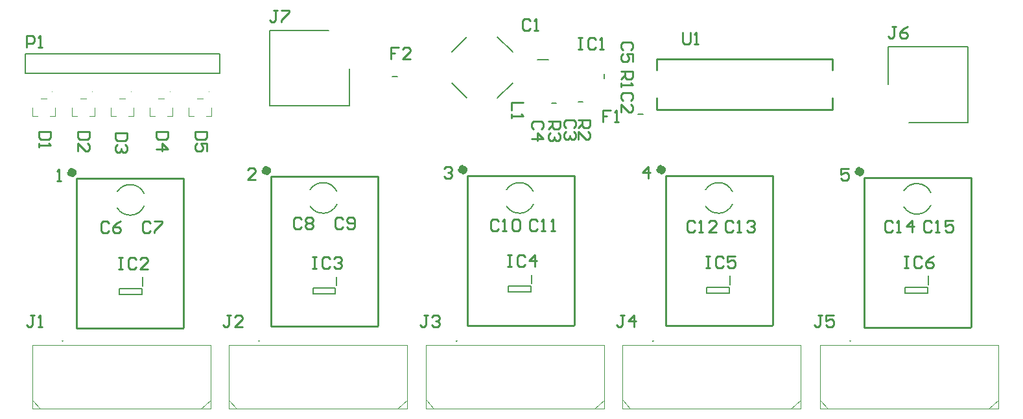
<source format=gbr>
G04 Layer_Color=65535*
%FSLAX45Y45*%
%MOMM*%
%TF.FileFunction,Legend,Top*%
%TF.Part,Single*%
G01*
G75*
%TA.AperFunction,NonConductor*%
%ADD60C,0.10000*%
%ADD61C,0.20000*%
%ADD62C,1.01600*%
%ADD63C,0.12700*%
%ADD64C,0.25400*%
D60*
X6241400Y6778800D02*
G03*
X6231400Y6778800I-5000J0D01*
G01*
D02*
G03*
X6241400Y6778800I5000J0D01*
G01*
X5733400Y6778600D02*
G03*
X5723400Y6778600I-5000J0D01*
G01*
D02*
G03*
X5733400Y6778600I5000J0D01*
G01*
X5225400Y6778800D02*
G03*
X5215400Y6778800I-5000J0D01*
G01*
D02*
G03*
X5225400Y6778800I5000J0D01*
G01*
X4717400D02*
G03*
X4707400Y6778800I-5000J0D01*
G01*
D02*
G03*
X4717400Y6778800I5000J0D01*
G01*
X4196700Y6778600D02*
G03*
X4186700Y6778600I-5000J0D01*
G01*
D02*
G03*
X4196700Y6778600I5000J0D01*
G01*
X6081400Y6690800D02*
X6161400D01*
X5971400Y6466800D02*
Y6578800D01*
Y6466800D02*
X6041400D01*
X6201400D02*
X6271400D01*
Y6578800D01*
X5573400Y6690600D02*
X5653400D01*
X5463400Y6466600D02*
Y6578600D01*
Y6466600D02*
X5533400D01*
X5693400D02*
X5763400D01*
Y6578600D01*
X5065400Y6690800D02*
X5145400D01*
X4955400Y6466800D02*
Y6578800D01*
Y6466800D02*
X5025400D01*
X5185400D02*
X5255400D01*
Y6578800D01*
X4557400Y6690800D02*
X4637400D01*
X4447400Y6466800D02*
Y6578800D01*
Y6466800D02*
X4517400D01*
X4677400D02*
X4747400D01*
Y6578800D01*
X4036700Y6690600D02*
X4116700D01*
X3926700Y6466600D02*
Y6578600D01*
Y6466600D02*
X3996700D01*
X4156700D02*
X4226700D01*
Y6578600D01*
X3929700Y3474700D02*
X6255700D01*
Y2646700D02*
Y3474700D01*
X3929700Y2646700D02*
X6255700D01*
X3929700D02*
Y3474700D01*
X3930700Y2760700D02*
X4030700Y2646700D01*
X6130700D02*
X6255700Y2760700D01*
X6495100Y3474700D02*
X8821100D01*
Y2646700D02*
Y3474700D01*
X6495100Y2646700D02*
X8821100D01*
X6495100D02*
Y3474700D01*
X6496100Y2760700D02*
X6596100Y2646700D01*
X8696100D02*
X8821100Y2760700D01*
X9073200Y3474700D02*
X11399200D01*
Y2646700D02*
Y3474700D01*
X9073200Y2646700D02*
X11399200D01*
X9073200D02*
Y3474700D01*
X9074200Y2760700D02*
X9174200Y2646700D01*
X11274200D02*
X11399200Y2760700D01*
X11638600Y3474700D02*
X13964600D01*
Y2646700D02*
Y3474700D01*
X11638600Y2646700D02*
X13964600D01*
X11638600D02*
Y3474700D01*
X11639600Y2760700D02*
X11739600Y2646700D01*
X13839600D02*
X13964600Y2760700D01*
X14216701Y3474700D02*
X16542700D01*
Y2646700D02*
Y3474700D01*
X14216701Y2646700D02*
X16542700D01*
X14216701D02*
Y3474700D01*
X14217700Y2760700D02*
X14317700Y2646700D01*
X16417700D02*
X16542700Y2760700D01*
D61*
X4320700Y3530700D02*
G03*
X4330700Y3530700I5000J0D01*
G01*
D02*
G03*
X4320700Y3530700I-5000J0D01*
G01*
D02*
G03*
X4330700Y3530700I5000J0D01*
G01*
X6886100D02*
G03*
X6896100Y3530700I5000J0D01*
G01*
D02*
G03*
X6886100Y3530700I-5000J0D01*
G01*
D02*
G03*
X6896100Y3530700I5000J0D01*
G01*
X9464200D02*
G03*
X9474200Y3530700I5000J0D01*
G01*
D02*
G03*
X9464200Y3530700I-5000J0D01*
G01*
D02*
G03*
X9474200Y3530700I5000J0D01*
G01*
X12029600D02*
G03*
X12039600Y3530700I5000J0D01*
G01*
D02*
G03*
X12029600Y3530700I-5000J0D01*
G01*
D02*
G03*
X12039600Y3530700I5000J0D01*
G01*
X14607700D02*
G03*
X14617700Y3530700I5000J0D01*
G01*
D02*
G03*
X14607700Y3530700I-5000J0D01*
G01*
D02*
G03*
X14617700Y3530700I5000J0D01*
G01*
X5038349Y5264599D02*
G03*
X5388889Y5288933I168652J107501D01*
G01*
Y5455267D02*
G03*
X5038349Y5479601I-181888J-83167D01*
G01*
X15312650Y5277299D02*
G03*
X15663190Y5301633I168652J107501D01*
G01*
Y5467967D02*
G03*
X15312650Y5492301I-181888J-83167D01*
G01*
X7556949Y5289999D02*
G03*
X7907489Y5314333I168652J107501D01*
G01*
Y5480667D02*
G03*
X7556949Y5505001I-181888J-83167D01*
G01*
X10122349Y5289999D02*
G03*
X10472889Y5314333I168652J107501D01*
G01*
Y5480667D02*
G03*
X10122349Y5505001I-181888J-83167D01*
G01*
X12721849Y5289999D02*
G03*
X13072389Y5314333I168652J107501D01*
G01*
Y5480667D02*
G03*
X12721849Y5505001I-181888J-83167D01*
G01*
X10714200Y6638300D02*
X10774200D01*
X5373600Y4247800D02*
Y4362800D01*
X5067400Y4212800D02*
X5359800D01*
X5067400Y4137800D02*
Y4212800D01*
Y4137800D02*
X5359800D01*
Y4212800D01*
X7900400Y4253800D02*
Y4368800D01*
X7594200Y4218800D02*
X7886600D01*
X7594200Y4143800D02*
Y4218800D01*
Y4143800D02*
X7886600D01*
Y4218800D01*
X10453600Y4279200D02*
Y4394200D01*
X10147400Y4244200D02*
X10439800D01*
X10147400Y4169200D02*
Y4244200D01*
Y4169200D02*
X10439800D01*
Y4244200D01*
X8629400Y6983800D02*
X8693400D01*
X7027800Y7586600D02*
X7797800D01*
X7027800Y6596600D02*
Y7586600D01*
Y6596600D02*
X8067800D01*
Y7086600D01*
X6375400Y7023100D02*
Y7277100D01*
X3835400Y7023100D02*
X6375400D01*
X3835400D02*
Y7277100D01*
X4025900D01*
X6375400D01*
X15379700Y6383400D02*
X16149699D01*
Y7373400D01*
X15109700D02*
X16149699D01*
X15109700Y6883400D02*
Y7373400D01*
X13044400Y4266500D02*
Y4381500D01*
X12738200Y4231500D02*
X13030600D01*
X12738200Y4156500D02*
Y4231500D01*
Y4156500D02*
X13030600D01*
Y4231500D01*
X15635201Y4266500D02*
Y4381500D01*
X15328999Y4231500D02*
X15621400D01*
X15328999Y4156500D02*
Y4231500D01*
Y4156500D02*
X15621400D01*
Y4231500D01*
X10527900Y7198500D02*
X10670400D01*
X11057100Y6651000D02*
X11117100D01*
X11400800Y6955000D02*
Y7015000D01*
X11842500Y6488500D02*
X11906500D01*
D62*
X12153900Y5765800D02*
G03*
X12153900Y5765800I-12700J0D01*
G01*
X6997700Y5753100D02*
G03*
X6997700Y5753100I-12700J0D01*
G01*
X9563100Y5765800D02*
G03*
X9563100Y5765800I-12700J0D01*
G01*
X14744701Y5740400D02*
G03*
X14744701Y5740400I-12700J0D01*
G01*
X4457700Y5727700D02*
G03*
X4457700Y5727700I-12700J0D01*
G01*
D63*
X9404400Y6899300D02*
X9604400Y6699300D01*
X9404400Y7299300D02*
X9604400Y7499300D01*
X10004400D02*
X10204400Y7299300D01*
X10004400Y6699300D02*
X10204400Y6899300D01*
D64*
X12204700Y3733800D02*
Y5689600D01*
Y3733800D02*
X13589000D01*
X13601700Y3746500D01*
Y5689600D01*
X12204700D02*
X13601700D01*
X7048500Y3721100D02*
Y5676900D01*
Y3721100D02*
X8432800D01*
X8445500Y3733800D01*
Y5676900D01*
X7048500D02*
X8445500D01*
X9613900Y3733800D02*
Y5689600D01*
Y3733800D02*
X10998200D01*
X11010900Y3746500D01*
Y5689600D01*
X9613900D02*
X11010900D01*
X14795500Y3708400D02*
Y5664200D01*
Y3708400D02*
X16179800D01*
X16192500Y3721100D01*
Y5664200D01*
X14795500D02*
X16192500D01*
X4508500Y3695700D02*
Y5651500D01*
Y3695700D02*
X5892800D01*
X5905500Y3708400D01*
Y5651500D01*
X4508500D02*
X5905500D01*
X12086400Y7213400D02*
X14376401D01*
X12086400Y6553400D02*
X14376401D01*
X12086400Y7068600D02*
Y7213400D01*
Y6553400D02*
Y6699700D01*
X14376401Y6553400D02*
Y6699700D01*
Y7068600D02*
Y7213400D01*
X10434287Y7711399D02*
X10408895Y7736791D01*
X10358112D01*
X10332720Y7711399D01*
Y7609832D01*
X10358112Y7584440D01*
X10408895D01*
X10434287Y7609832D01*
X10485071Y7584440D02*
X10535854D01*
X10510463D01*
Y7736791D01*
X10485071Y7711399D01*
X10998159Y6311933D02*
X11023551Y6337325D01*
Y6388108D01*
X10998159Y6413500D01*
X10896592D01*
X10871200Y6388108D01*
Y6337325D01*
X10896592Y6311933D01*
X10998159Y6261149D02*
X11023551Y6235757D01*
Y6184974D01*
X10998159Y6159582D01*
X10972767D01*
X10947375Y6184974D01*
Y6210366D01*
Y6184974D01*
X10921983Y6159582D01*
X10896592D01*
X10871200Y6184974D01*
Y6235757D01*
X10896592Y6261149D01*
X10579059Y6299233D02*
X10604451Y6324625D01*
Y6375408D01*
X10579059Y6400800D01*
X10477492D01*
X10452100Y6375408D01*
Y6324625D01*
X10477492Y6299233D01*
X10452100Y6172274D02*
X10604451D01*
X10528275Y6248449D01*
Y6146882D01*
X10337751Y6642100D02*
X10185400D01*
Y6540533D01*
Y6489749D02*
Y6438966D01*
Y6464357D01*
X10337751D01*
X10312359Y6489749D01*
X10668000Y6400800D02*
X10820351D01*
Y6324625D01*
X10794959Y6299233D01*
X10744175D01*
X10718783Y6324625D01*
Y6400800D01*
Y6350017D02*
X10668000Y6299233D01*
X10794959Y6248449D02*
X10820351Y6223057D01*
Y6172274D01*
X10794959Y6146882D01*
X10769567D01*
X10744175Y6172274D01*
Y6197666D01*
Y6172274D01*
X10718783Y6146882D01*
X10693392D01*
X10668000Y6172274D01*
Y6223057D01*
X10693392Y6248449D01*
X12420600Y7556451D02*
Y7429492D01*
X12445992Y7404100D01*
X12496775D01*
X12522167Y7429492D01*
Y7556451D01*
X12572951Y7404100D02*
X12623734D01*
X12598343D01*
Y7556451D01*
X12572951Y7531059D01*
X11747459Y6667533D02*
X11772851Y6692925D01*
Y6743708D01*
X11747459Y6769100D01*
X11645892D01*
X11620500Y6743708D01*
Y6692925D01*
X11645892Y6667533D01*
X11620500Y6515182D02*
Y6616749D01*
X11722067Y6515182D01*
X11747459D01*
X11772851Y6540574D01*
Y6591357D01*
X11747459Y6616749D01*
Y7327933D02*
X11772851Y7353325D01*
Y7404108D01*
X11747459Y7429500D01*
X11645892D01*
X11620500Y7404108D01*
Y7353325D01*
X11645892Y7327933D01*
X11772851Y7175582D02*
Y7277149D01*
X11696675D01*
X11722067Y7226366D01*
Y7200974D01*
X11696675Y7175582D01*
X11645892D01*
X11620500Y7200974D01*
Y7251757D01*
X11645892Y7277149D01*
X4927567Y5067259D02*
X4902175Y5092651D01*
X4851392D01*
X4826000Y5067259D01*
Y4965692D01*
X4851392Y4940300D01*
X4902175D01*
X4927567Y4965692D01*
X5079918Y5092651D02*
X5029134Y5067259D01*
X4978351Y5016475D01*
Y4965692D01*
X5003743Y4940300D01*
X5054526D01*
X5079918Y4965692D01*
Y4991083D01*
X5054526Y5016475D01*
X4978351D01*
X5473667Y5067259D02*
X5448275Y5092651D01*
X5397492D01*
X5372100Y5067259D01*
Y4965692D01*
X5397492Y4940300D01*
X5448275D01*
X5473667Y4965692D01*
X5524451Y5092651D02*
X5626018D01*
Y5067259D01*
X5524451Y4965692D01*
Y4940300D01*
X7442167Y5118059D02*
X7416775Y5143451D01*
X7365992D01*
X7340600Y5118059D01*
Y5016492D01*
X7365992Y4991100D01*
X7416775D01*
X7442167Y5016492D01*
X7492951Y5118059D02*
X7518343Y5143451D01*
X7569126D01*
X7594518Y5118059D01*
Y5092667D01*
X7569126Y5067275D01*
X7594518Y5041883D01*
Y5016492D01*
X7569126Y4991100D01*
X7518343D01*
X7492951Y5016492D01*
Y5041883D01*
X7518343Y5067275D01*
X7492951Y5092667D01*
Y5118059D01*
X7518343Y5067275D02*
X7569126D01*
X7988267Y5118059D02*
X7962875Y5143451D01*
X7912092D01*
X7886700Y5118059D01*
Y5016492D01*
X7912092Y4991100D01*
X7962875D01*
X7988267Y5016492D01*
X8039051D02*
X8064443Y4991100D01*
X8115226D01*
X8140618Y5016492D01*
Y5118059D01*
X8115226Y5143451D01*
X8064443D01*
X8039051Y5118059D01*
Y5092667D01*
X8064443Y5067275D01*
X8140618D01*
X10020267Y5092659D02*
X9994875Y5118051D01*
X9944092D01*
X9918700Y5092659D01*
Y4991092D01*
X9944092Y4965700D01*
X9994875D01*
X10020267Y4991092D01*
X10071051Y4965700D02*
X10121834D01*
X10096443D01*
Y5118051D01*
X10071051Y5092659D01*
X10198010D02*
X10223401Y5118051D01*
X10274185D01*
X10299577Y5092659D01*
Y4991092D01*
X10274185Y4965700D01*
X10223401D01*
X10198010Y4991092D01*
Y5092659D01*
X10528267D02*
X10502875Y5118051D01*
X10452092D01*
X10426700Y5092659D01*
Y4991092D01*
X10452092Y4965700D01*
X10502875D01*
X10528267Y4991092D01*
X10579051Y4965700D02*
X10629834D01*
X10604443D01*
Y5118051D01*
X10579051Y5092659D01*
X10706010Y4965700D02*
X10756793D01*
X10731401D01*
Y5118051D01*
X10706010Y5092659D01*
X12585667Y5079959D02*
X12560275Y5105351D01*
X12509492D01*
X12484100Y5079959D01*
Y4978392D01*
X12509492Y4953000D01*
X12560275D01*
X12585667Y4978392D01*
X12636451Y4953000D02*
X12687234D01*
X12661843D01*
Y5105351D01*
X12636451Y5079959D01*
X12864977Y4953000D02*
X12763410D01*
X12864977Y5054567D01*
Y5079959D01*
X12839584Y5105351D01*
X12788801D01*
X12763410Y5079959D01*
X13080968D02*
X13055576Y5105351D01*
X13004791D01*
X12979401Y5079959D01*
Y4978392D01*
X13004791Y4953000D01*
X13055576D01*
X13080968Y4978392D01*
X13131750Y4953000D02*
X13182533D01*
X13157143D01*
Y5105351D01*
X13131750Y5079959D01*
X13258710D02*
X13284100Y5105351D01*
X13334885D01*
X13360277Y5079959D01*
Y5054567D01*
X13334885Y5029175D01*
X13309492D01*
X13334885D01*
X13360277Y5003783D01*
Y4978392D01*
X13334885Y4953000D01*
X13284100D01*
X13258710Y4978392D01*
X15163766Y5079959D02*
X15138374Y5105351D01*
X15087592D01*
X15062199Y5079959D01*
Y4978392D01*
X15087592Y4953000D01*
X15138374D01*
X15163766Y4978392D01*
X15214551Y4953000D02*
X15265334D01*
X15239943D01*
Y5105351D01*
X15214551Y5079959D01*
X15417685Y4953000D02*
Y5105351D01*
X15341510Y5029175D01*
X15443077D01*
X15676367Y5079959D02*
X15650975Y5105351D01*
X15600192D01*
X15574800Y5079959D01*
Y4978392D01*
X15600192Y4953000D01*
X15650975D01*
X15676367Y4978392D01*
X15727151Y4953000D02*
X15777934D01*
X15752544D01*
Y5105351D01*
X15727151Y5079959D01*
X15955676Y5105351D02*
X15854111D01*
Y5029175D01*
X15904893Y5054567D01*
X15930286D01*
X15955676Y5029175D01*
Y4978392D01*
X15930286Y4953000D01*
X15879501D01*
X15854111Y4978392D01*
X4165551Y6260900D02*
X4013200D01*
Y6184725D01*
X4038592Y6159333D01*
X4140159D01*
X4165551Y6184725D01*
Y6260900D01*
X4013200Y6108549D02*
Y6057766D01*
Y6083158D01*
X4165551D01*
X4140159Y6108549D01*
X4673551Y6261300D02*
X4521200D01*
Y6185125D01*
X4546592Y6159733D01*
X4648159D01*
X4673551Y6185125D01*
Y6261300D01*
X4521200Y6007382D02*
Y6108949D01*
X4622767Y6007382D01*
X4648159D01*
X4673551Y6032774D01*
Y6083557D01*
X4648159Y6108949D01*
X5168851Y6248400D02*
X5016500D01*
Y6172225D01*
X5041892Y6146833D01*
X5143459D01*
X5168851Y6172225D01*
Y6248400D01*
X5143459Y6096049D02*
X5168851Y6070657D01*
Y6019874D01*
X5143459Y5994482D01*
X5118067D01*
X5092675Y6019874D01*
Y6045266D01*
Y6019874D01*
X5067283Y5994482D01*
X5041892D01*
X5016500Y6019874D01*
Y6070657D01*
X5041892Y6096049D01*
X5702251Y6260900D02*
X5549900D01*
Y6184725D01*
X5575292Y6159333D01*
X5676859D01*
X5702251Y6184725D01*
Y6260900D01*
X5549900Y6032374D02*
X5702251D01*
X5626075Y6108549D01*
Y6006982D01*
X6210251Y6261100D02*
X6057900D01*
Y6184925D01*
X6083292Y6159533D01*
X6184859D01*
X6210251Y6184925D01*
Y6261100D01*
Y6007182D02*
Y6108749D01*
X6134075D01*
X6159467Y6057966D01*
Y6032574D01*
X6134075Y6007182D01*
X6083292D01*
X6057900Y6032574D01*
Y6083357D01*
X6083292Y6108749D01*
X11480767Y6540451D02*
X11379200D01*
Y6464275D01*
X11429983D01*
X11379200D01*
Y6388100D01*
X11531551D02*
X11582334D01*
X11556943D01*
Y6540451D01*
X11531551Y6515059D01*
X8714707Y7364611D02*
X8613140D01*
Y7288435D01*
X8663923D01*
X8613140D01*
Y7212260D01*
X8867058D02*
X8765491D01*
X8867058Y7313827D01*
Y7339219D01*
X8841666Y7364611D01*
X8790883D01*
X8765491Y7339219D01*
X11061700Y7492951D02*
X11112483D01*
X11087092D01*
Y7340600D01*
X11061700D01*
X11112483D01*
X11290226Y7467559D02*
X11264834Y7492951D01*
X11214051D01*
X11188659Y7467559D01*
Y7365992D01*
X11214051Y7340600D01*
X11264834D01*
X11290226Y7365992D01*
X11341010Y7340600D02*
X11391793D01*
X11366401D01*
Y7492951D01*
X11341010Y7467559D01*
X5060180Y4619291D02*
X5110963D01*
X5085572D01*
Y4466940D01*
X5060180D01*
X5110963D01*
X5288706Y4593899D02*
X5263314Y4619291D01*
X5212531D01*
X5187139Y4593899D01*
Y4492332D01*
X5212531Y4466940D01*
X5263314D01*
X5288706Y4492332D01*
X5441057Y4466940D02*
X5339489D01*
X5441057Y4568507D01*
Y4593899D01*
X5415665Y4619291D01*
X5364881D01*
X5339489Y4593899D01*
X7586980Y4625291D02*
X7637763D01*
X7612372D01*
Y4472940D01*
X7586980D01*
X7637763D01*
X7815506Y4599899D02*
X7790114Y4625291D01*
X7739331D01*
X7713939Y4599899D01*
Y4498332D01*
X7739331Y4472940D01*
X7790114D01*
X7815506Y4498332D01*
X7866290Y4599899D02*
X7891681Y4625291D01*
X7942465D01*
X7967857Y4599899D01*
Y4574507D01*
X7942465Y4549115D01*
X7917073D01*
X7942465D01*
X7967857Y4523723D01*
Y4498332D01*
X7942465Y4472940D01*
X7891681D01*
X7866290Y4498332D01*
X10140180Y4650691D02*
X10190963D01*
X10165572D01*
Y4498340D01*
X10140180D01*
X10190963D01*
X10368706Y4625299D02*
X10343314Y4650691D01*
X10292531D01*
X10267139Y4625299D01*
Y4523732D01*
X10292531Y4498340D01*
X10343314D01*
X10368706Y4523732D01*
X10495665Y4498340D02*
Y4650691D01*
X10419489Y4574515D01*
X10521057D01*
X12730480Y4637991D02*
X12781263D01*
X12755872D01*
Y4485640D01*
X12730480D01*
X12781263D01*
X12959006Y4612599D02*
X12933614Y4637991D01*
X12882831D01*
X12857439Y4612599D01*
Y4511032D01*
X12882831Y4485640D01*
X12933614D01*
X12959006Y4511032D01*
X13111357Y4637991D02*
X13009790D01*
Y4561815D01*
X13060573Y4587207D01*
X13085965D01*
X13111357Y4561815D01*
Y4511032D01*
X13085965Y4485640D01*
X13035181D01*
X13009790Y4511032D01*
X15320261Y4638451D02*
X15371043D01*
X15345651D01*
Y4486100D01*
X15320261D01*
X15371043D01*
X15548785Y4613059D02*
X15523393Y4638451D01*
X15472610D01*
X15447218Y4613059D01*
Y4511492D01*
X15472610Y4486100D01*
X15523393D01*
X15548785Y4511492D01*
X15701137Y4638451D02*
X15650352Y4613059D01*
X15599570Y4562275D01*
Y4511492D01*
X15624960Y4486100D01*
X15675745D01*
X15701137Y4511492D01*
Y4536883D01*
X15675745Y4562275D01*
X15599570D01*
X3952207Y3868371D02*
X3901423D01*
X3926815D01*
Y3741412D01*
X3901423Y3716020D01*
X3876032D01*
X3850640Y3741412D01*
X4002991Y3716020D02*
X4053774D01*
X4028383D01*
Y3868371D01*
X4002991Y3842979D01*
X6517607Y3868371D02*
X6466823D01*
X6492215D01*
Y3741412D01*
X6466823Y3716020D01*
X6441432D01*
X6416040Y3741412D01*
X6669958Y3716020D02*
X6568391D01*
X6669958Y3817587D01*
Y3842979D01*
X6644566Y3868371D01*
X6593783D01*
X6568391Y3842979D01*
X9095707Y3868371D02*
X9044923D01*
X9070315D01*
Y3741412D01*
X9044923Y3716020D01*
X9019532D01*
X8994140Y3741412D01*
X9146491Y3842979D02*
X9171883Y3868371D01*
X9222666D01*
X9248058Y3842979D01*
Y3817587D01*
X9222666Y3792195D01*
X9197274D01*
X9222666D01*
X9248058Y3766803D01*
Y3741412D01*
X9222666Y3716020D01*
X9171883D01*
X9146491Y3741412D01*
X11661107Y3868371D02*
X11610323D01*
X11635715D01*
Y3741412D01*
X11610323Y3716020D01*
X11584932D01*
X11559540Y3741412D01*
X11788066Y3716020D02*
Y3868371D01*
X11711891Y3792195D01*
X11813458D01*
X14239207Y3868371D02*
X14188423D01*
X14213815D01*
Y3741412D01*
X14188423Y3716020D01*
X14163033D01*
X14137640Y3741412D01*
X14391557Y3868371D02*
X14289992D01*
Y3792195D01*
X14340775Y3817587D01*
X14366167D01*
X14391557Y3792195D01*
Y3741412D01*
X14366167Y3716020D01*
X14315382D01*
X14289992Y3741412D01*
X15209106Y7629971D02*
X15158324D01*
X15183714D01*
Y7503012D01*
X15158324Y7477620D01*
X15132932D01*
X15107539Y7503012D01*
X15361458Y7629971D02*
X15310674Y7604579D01*
X15259891Y7553795D01*
Y7503012D01*
X15285283Y7477620D01*
X15336066D01*
X15361458Y7503012D01*
Y7528403D01*
X15336066Y7553795D01*
X15259891D01*
X7127587Y7843471D02*
X7076803D01*
X7102195D01*
Y7716512D01*
X7076803Y7691120D01*
X7051412D01*
X7026020Y7716512D01*
X7178371Y7843471D02*
X7279938D01*
Y7818079D01*
X7178371Y7716512D01*
Y7691120D01*
X3850640Y7363460D02*
Y7515811D01*
X3926815D01*
X3952207Y7490419D01*
Y7439635D01*
X3926815Y7414243D01*
X3850640D01*
X4002991Y7363460D02*
X4053774D01*
X4028383D01*
Y7515811D01*
X4002991Y7490419D01*
X11620500Y7048500D02*
X11772851D01*
Y6972325D01*
X11747459Y6946933D01*
X11696675D01*
X11671283Y6972325D01*
Y7048500D01*
Y6997717D02*
X11620500Y6946933D01*
Y6896149D02*
Y6845366D01*
Y6870757D01*
X11772851D01*
X11747459Y6896149D01*
X11061700Y6413500D02*
X11214051D01*
Y6337325D01*
X11188659Y6311933D01*
X11137875D01*
X11112483Y6337325D01*
Y6413500D01*
Y6362717D02*
X11061700Y6311933D01*
Y6159582D02*
Y6261149D01*
X11163267Y6159582D01*
X11188659D01*
X11214051Y6184974D01*
Y6235757D01*
X11188659Y6261149D01*
X11977345Y5652770D02*
Y5805121D01*
X11901170Y5728945D01*
X12002737D01*
X14592267Y5778451D02*
X14490700D01*
Y5702275D01*
X14541483Y5727667D01*
X14566875D01*
X14592267Y5702275D01*
Y5651492D01*
X14566875Y5626100D01*
X14516092D01*
X14490700Y5651492D01*
X9309100Y5778459D02*
X9334492Y5803851D01*
X9385275D01*
X9410667Y5778459D01*
Y5753067D01*
X9385275Y5727675D01*
X9359883D01*
X9385275D01*
X9410667Y5702283D01*
Y5676892D01*
X9385275Y5651500D01*
X9334492D01*
X9309100Y5676892D01*
X6845267Y5638800D02*
X6743700D01*
X6845267Y5740367D01*
Y5765759D01*
X6819875Y5791151D01*
X6769092D01*
X6743700Y5765759D01*
X4255770Y5614670D02*
X4306553D01*
X4281162D01*
Y5767021D01*
X4255770Y5741629D01*
%TF.MD5,a06b10608ba6e66b8ec38df97d98622b*%
M02*

</source>
